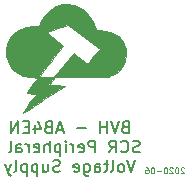
<source format=gbr>
%TF.GenerationSoftware,KiCad,Pcbnew,5.1.6-c6e7f7d~87~ubuntu20.04.1*%
%TF.CreationDate,2020-08-25T19:21:37-04:00*%
%TF.ProjectId,4_Channel_Level_Shifter,345f4368-616e-46e6-956c-5f4c6576656c,rev?*%
%TF.SameCoordinates,Original*%
%TF.FileFunction,Legend,Bot*%
%TF.FilePolarity,Positive*%
%FSLAX46Y46*%
G04 Gerber Fmt 4.6, Leading zero omitted, Abs format (unit mm)*
G04 Created by KiCad (PCBNEW 5.1.6-c6e7f7d~87~ubuntu20.04.1) date 2020-08-25 19:21:37*
%MOMM*%
%LPD*%
G01*
G04 APERTURE LIST*
%ADD10C,0.125000*%
%ADD11C,0.150000*%
%ADD12C,0.010000*%
G04 APERTURE END LIST*
D10*
X174642857Y-108273809D02*
X174619047Y-108250000D01*
X174571428Y-108226190D01*
X174452380Y-108226190D01*
X174404761Y-108250000D01*
X174380952Y-108273809D01*
X174357142Y-108321428D01*
X174357142Y-108369047D01*
X174380952Y-108440476D01*
X174666666Y-108726190D01*
X174357142Y-108726190D01*
X174047619Y-108226190D02*
X174000000Y-108226190D01*
X173952380Y-108250000D01*
X173928571Y-108273809D01*
X173904761Y-108321428D01*
X173880952Y-108416666D01*
X173880952Y-108535714D01*
X173904761Y-108630952D01*
X173928571Y-108678571D01*
X173952380Y-108702380D01*
X174000000Y-108726190D01*
X174047619Y-108726190D01*
X174095238Y-108702380D01*
X174119047Y-108678571D01*
X174142857Y-108630952D01*
X174166666Y-108535714D01*
X174166666Y-108416666D01*
X174142857Y-108321428D01*
X174119047Y-108273809D01*
X174095238Y-108250000D01*
X174047619Y-108226190D01*
X173690476Y-108273809D02*
X173666666Y-108250000D01*
X173619047Y-108226190D01*
X173500000Y-108226190D01*
X173452380Y-108250000D01*
X173428571Y-108273809D01*
X173404761Y-108321428D01*
X173404761Y-108369047D01*
X173428571Y-108440476D01*
X173714285Y-108726190D01*
X173404761Y-108726190D01*
X173095238Y-108226190D02*
X173047619Y-108226190D01*
X173000000Y-108250000D01*
X172976190Y-108273809D01*
X172952380Y-108321428D01*
X172928571Y-108416666D01*
X172928571Y-108535714D01*
X172952380Y-108630952D01*
X172976190Y-108678571D01*
X173000000Y-108702380D01*
X173047619Y-108726190D01*
X173095238Y-108726190D01*
X173142857Y-108702380D01*
X173166666Y-108678571D01*
X173190476Y-108630952D01*
X173214285Y-108535714D01*
X173214285Y-108416666D01*
X173190476Y-108321428D01*
X173166666Y-108273809D01*
X173142857Y-108250000D01*
X173095238Y-108226190D01*
X172714285Y-108535714D02*
X172333333Y-108535714D01*
X172000000Y-108226190D02*
X171952380Y-108226190D01*
X171904761Y-108250000D01*
X171880952Y-108273809D01*
X171857142Y-108321428D01*
X171833333Y-108416666D01*
X171833333Y-108535714D01*
X171857142Y-108630952D01*
X171880952Y-108678571D01*
X171904761Y-108702380D01*
X171952380Y-108726190D01*
X172000000Y-108726190D01*
X172047619Y-108702380D01*
X172071428Y-108678571D01*
X172095238Y-108630952D01*
X172119047Y-108535714D01*
X172119047Y-108416666D01*
X172095238Y-108321428D01*
X172071428Y-108273809D01*
X172047619Y-108250000D01*
X172000000Y-108226190D01*
X171404761Y-108226190D02*
X171500000Y-108226190D01*
X171547619Y-108250000D01*
X171571428Y-108273809D01*
X171619047Y-108345238D01*
X171642857Y-108440476D01*
X171642857Y-108630952D01*
X171619047Y-108678571D01*
X171595238Y-108702380D01*
X171547619Y-108726190D01*
X171452380Y-108726190D01*
X171404761Y-108702380D01*
X171380952Y-108678571D01*
X171357142Y-108630952D01*
X171357142Y-108511904D01*
X171380952Y-108464285D01*
X171404761Y-108440476D01*
X171452380Y-108416666D01*
X171547619Y-108416666D01*
X171595238Y-108440476D01*
X171619047Y-108464285D01*
X171642857Y-108511904D01*
D11*
X169642857Y-104778571D02*
X169500000Y-104826190D01*
X169452380Y-104873809D01*
X169404761Y-104969047D01*
X169404761Y-105111904D01*
X169452380Y-105207142D01*
X169500000Y-105254761D01*
X169595238Y-105302380D01*
X169976190Y-105302380D01*
X169976190Y-104302380D01*
X169642857Y-104302380D01*
X169547619Y-104350000D01*
X169500000Y-104397619D01*
X169452380Y-104492857D01*
X169452380Y-104588095D01*
X169500000Y-104683333D01*
X169547619Y-104730952D01*
X169642857Y-104778571D01*
X169976190Y-104778571D01*
X169119047Y-104302380D02*
X168785714Y-105302380D01*
X168452380Y-104302380D01*
X168119047Y-105302380D02*
X168119047Y-104302380D01*
X168119047Y-104778571D02*
X167547619Y-104778571D01*
X167547619Y-105302380D02*
X167547619Y-104302380D01*
X166309523Y-104921428D02*
X165547619Y-104921428D01*
X164357142Y-105016666D02*
X163880952Y-105016666D01*
X164452380Y-105302380D02*
X164119047Y-104302380D01*
X163785714Y-105302380D01*
X163119047Y-104778571D02*
X162976190Y-104826190D01*
X162928571Y-104873809D01*
X162880952Y-104969047D01*
X162880952Y-105111904D01*
X162928571Y-105207142D01*
X162976190Y-105254761D01*
X163071428Y-105302380D01*
X163452380Y-105302380D01*
X163452380Y-104302380D01*
X163119047Y-104302380D01*
X163023809Y-104350000D01*
X162976190Y-104397619D01*
X162928571Y-104492857D01*
X162928571Y-104588095D01*
X162976190Y-104683333D01*
X163023809Y-104730952D01*
X163119047Y-104778571D01*
X163452380Y-104778571D01*
X162023809Y-104635714D02*
X162023809Y-105302380D01*
X162261904Y-104254761D02*
X162500000Y-104969047D01*
X161880952Y-104969047D01*
X161500000Y-104778571D02*
X161166666Y-104778571D01*
X161023809Y-105302380D02*
X161500000Y-105302380D01*
X161500000Y-104302380D01*
X161023809Y-104302380D01*
X160595238Y-105302380D02*
X160595238Y-104302380D01*
X160023809Y-105302380D01*
X160023809Y-104302380D01*
X170880952Y-106904761D02*
X170738095Y-106952380D01*
X170500000Y-106952380D01*
X170404761Y-106904761D01*
X170357142Y-106857142D01*
X170309523Y-106761904D01*
X170309523Y-106666666D01*
X170357142Y-106571428D01*
X170404761Y-106523809D01*
X170500000Y-106476190D01*
X170690476Y-106428571D01*
X170785714Y-106380952D01*
X170833333Y-106333333D01*
X170880952Y-106238095D01*
X170880952Y-106142857D01*
X170833333Y-106047619D01*
X170785714Y-106000000D01*
X170690476Y-105952380D01*
X170452380Y-105952380D01*
X170309523Y-106000000D01*
X169309523Y-106857142D02*
X169357142Y-106904761D01*
X169500000Y-106952380D01*
X169595238Y-106952380D01*
X169738095Y-106904761D01*
X169833333Y-106809523D01*
X169880952Y-106714285D01*
X169928571Y-106523809D01*
X169928571Y-106380952D01*
X169880952Y-106190476D01*
X169833333Y-106095238D01*
X169738095Y-106000000D01*
X169595238Y-105952380D01*
X169500000Y-105952380D01*
X169357142Y-106000000D01*
X169309523Y-106047619D01*
X168309523Y-106952380D02*
X168642857Y-106476190D01*
X168880952Y-106952380D02*
X168880952Y-105952380D01*
X168500000Y-105952380D01*
X168404761Y-106000000D01*
X168357142Y-106047619D01*
X168309523Y-106142857D01*
X168309523Y-106285714D01*
X168357142Y-106380952D01*
X168404761Y-106428571D01*
X168500000Y-106476190D01*
X168880952Y-106476190D01*
X167119047Y-106952380D02*
X167119047Y-105952380D01*
X166738095Y-105952380D01*
X166642857Y-106000000D01*
X166595238Y-106047619D01*
X166547619Y-106142857D01*
X166547619Y-106285714D01*
X166595238Y-106380952D01*
X166642857Y-106428571D01*
X166738095Y-106476190D01*
X167119047Y-106476190D01*
X165738095Y-106904761D02*
X165833333Y-106952380D01*
X166023809Y-106952380D01*
X166119047Y-106904761D01*
X166166666Y-106809523D01*
X166166666Y-106428571D01*
X166119047Y-106333333D01*
X166023809Y-106285714D01*
X165833333Y-106285714D01*
X165738095Y-106333333D01*
X165690476Y-106428571D01*
X165690476Y-106523809D01*
X166166666Y-106619047D01*
X165261904Y-106952380D02*
X165261904Y-106285714D01*
X165261904Y-106476190D02*
X165214285Y-106380952D01*
X165166666Y-106333333D01*
X165071428Y-106285714D01*
X164976190Y-106285714D01*
X164642857Y-106952380D02*
X164642857Y-106285714D01*
X164642857Y-105952380D02*
X164690476Y-106000000D01*
X164642857Y-106047619D01*
X164595238Y-106000000D01*
X164642857Y-105952380D01*
X164642857Y-106047619D01*
X164166666Y-106285714D02*
X164166666Y-107285714D01*
X164166666Y-106333333D02*
X164071428Y-106285714D01*
X163880952Y-106285714D01*
X163785714Y-106333333D01*
X163738095Y-106380952D01*
X163690476Y-106476190D01*
X163690476Y-106761904D01*
X163738095Y-106857142D01*
X163785714Y-106904761D01*
X163880952Y-106952380D01*
X164071428Y-106952380D01*
X164166666Y-106904761D01*
X163261904Y-106952380D02*
X163261904Y-105952380D01*
X162833333Y-106952380D02*
X162833333Y-106428571D01*
X162880952Y-106333333D01*
X162976190Y-106285714D01*
X163119047Y-106285714D01*
X163214285Y-106333333D01*
X163261904Y-106380952D01*
X161976190Y-106904761D02*
X162071428Y-106952380D01*
X162261904Y-106952380D01*
X162357142Y-106904761D01*
X162404761Y-106809523D01*
X162404761Y-106428571D01*
X162357142Y-106333333D01*
X162261904Y-106285714D01*
X162071428Y-106285714D01*
X161976190Y-106333333D01*
X161928571Y-106428571D01*
X161928571Y-106523809D01*
X162404761Y-106619047D01*
X161500000Y-106952380D02*
X161500000Y-106285714D01*
X161500000Y-106476190D02*
X161452380Y-106380952D01*
X161404761Y-106333333D01*
X161309523Y-106285714D01*
X161214285Y-106285714D01*
X160452380Y-106952380D02*
X160452380Y-106428571D01*
X160500000Y-106333333D01*
X160595238Y-106285714D01*
X160785714Y-106285714D01*
X160880952Y-106333333D01*
X160452380Y-106904761D02*
X160547619Y-106952380D01*
X160785714Y-106952380D01*
X160880952Y-106904761D01*
X160928571Y-106809523D01*
X160928571Y-106714285D01*
X160880952Y-106619047D01*
X160785714Y-106571428D01*
X160547619Y-106571428D01*
X160452380Y-106523809D01*
X159833333Y-106952380D02*
X159928571Y-106904761D01*
X159976190Y-106809523D01*
X159976190Y-105952380D01*
X170523809Y-107602380D02*
X170190476Y-108602380D01*
X169857142Y-107602380D01*
X169380952Y-108602380D02*
X169476190Y-108554761D01*
X169523809Y-108507142D01*
X169571428Y-108411904D01*
X169571428Y-108126190D01*
X169523809Y-108030952D01*
X169476190Y-107983333D01*
X169380952Y-107935714D01*
X169238095Y-107935714D01*
X169142857Y-107983333D01*
X169095238Y-108030952D01*
X169047619Y-108126190D01*
X169047619Y-108411904D01*
X169095238Y-108507142D01*
X169142857Y-108554761D01*
X169238095Y-108602380D01*
X169380952Y-108602380D01*
X168476190Y-108602380D02*
X168571428Y-108554761D01*
X168619047Y-108459523D01*
X168619047Y-107602380D01*
X168238095Y-107935714D02*
X167857142Y-107935714D01*
X168095238Y-107602380D02*
X168095238Y-108459523D01*
X168047619Y-108554761D01*
X167952380Y-108602380D01*
X167857142Y-108602380D01*
X167095238Y-108602380D02*
X167095238Y-108078571D01*
X167142857Y-107983333D01*
X167238095Y-107935714D01*
X167428571Y-107935714D01*
X167523809Y-107983333D01*
X167095238Y-108554761D02*
X167190476Y-108602380D01*
X167428571Y-108602380D01*
X167523809Y-108554761D01*
X167571428Y-108459523D01*
X167571428Y-108364285D01*
X167523809Y-108269047D01*
X167428571Y-108221428D01*
X167190476Y-108221428D01*
X167095238Y-108173809D01*
X166190476Y-107935714D02*
X166190476Y-108745238D01*
X166238095Y-108840476D01*
X166285714Y-108888095D01*
X166380952Y-108935714D01*
X166523809Y-108935714D01*
X166619047Y-108888095D01*
X166190476Y-108554761D02*
X166285714Y-108602380D01*
X166476190Y-108602380D01*
X166571428Y-108554761D01*
X166619047Y-108507142D01*
X166666666Y-108411904D01*
X166666666Y-108126190D01*
X166619047Y-108030952D01*
X166571428Y-107983333D01*
X166476190Y-107935714D01*
X166285714Y-107935714D01*
X166190476Y-107983333D01*
X165333333Y-108554761D02*
X165428571Y-108602380D01*
X165619047Y-108602380D01*
X165714285Y-108554761D01*
X165761904Y-108459523D01*
X165761904Y-108078571D01*
X165714285Y-107983333D01*
X165619047Y-107935714D01*
X165428571Y-107935714D01*
X165333333Y-107983333D01*
X165285714Y-108078571D01*
X165285714Y-108173809D01*
X165761904Y-108269047D01*
X164142857Y-108554761D02*
X164000000Y-108602380D01*
X163761904Y-108602380D01*
X163666666Y-108554761D01*
X163619047Y-108507142D01*
X163571428Y-108411904D01*
X163571428Y-108316666D01*
X163619047Y-108221428D01*
X163666666Y-108173809D01*
X163761904Y-108126190D01*
X163952380Y-108078571D01*
X164047619Y-108030952D01*
X164095238Y-107983333D01*
X164142857Y-107888095D01*
X164142857Y-107792857D01*
X164095238Y-107697619D01*
X164047619Y-107650000D01*
X163952380Y-107602380D01*
X163714285Y-107602380D01*
X163571428Y-107650000D01*
X162714285Y-107935714D02*
X162714285Y-108602380D01*
X163142857Y-107935714D02*
X163142857Y-108459523D01*
X163095238Y-108554761D01*
X163000000Y-108602380D01*
X162857142Y-108602380D01*
X162761904Y-108554761D01*
X162714285Y-108507142D01*
X162238095Y-107935714D02*
X162238095Y-108935714D01*
X162238095Y-107983333D02*
X162142857Y-107935714D01*
X161952380Y-107935714D01*
X161857142Y-107983333D01*
X161809523Y-108030952D01*
X161761904Y-108126190D01*
X161761904Y-108411904D01*
X161809523Y-108507142D01*
X161857142Y-108554761D01*
X161952380Y-108602380D01*
X162142857Y-108602380D01*
X162238095Y-108554761D01*
X161333333Y-107935714D02*
X161333333Y-108935714D01*
X161333333Y-107983333D02*
X161238095Y-107935714D01*
X161047619Y-107935714D01*
X160952380Y-107983333D01*
X160904761Y-108030952D01*
X160857142Y-108126190D01*
X160857142Y-108411904D01*
X160904761Y-108507142D01*
X160952380Y-108554761D01*
X161047619Y-108602380D01*
X161238095Y-108602380D01*
X161333333Y-108554761D01*
X160285714Y-108602380D02*
X160380952Y-108554761D01*
X160428571Y-108459523D01*
X160428571Y-107602380D01*
X160000000Y-107935714D02*
X159761904Y-108602380D01*
X159523809Y-107935714D02*
X159761904Y-108602380D01*
X159857142Y-108840476D01*
X159904761Y-108888095D01*
X160000000Y-108935714D01*
D12*
%TO.C,G\u002A\u002A\u002A*%
G36*
X164352298Y-94426258D02*
G01*
X164020909Y-94482286D01*
X163841876Y-94537229D01*
X163431271Y-94781609D01*
X163039286Y-95139859D01*
X162717268Y-95559710D01*
X162576378Y-95825476D01*
X162376263Y-96287777D01*
X161910596Y-96289694D01*
X161279187Y-96358976D01*
X160716308Y-96552902D01*
X160245961Y-96858715D01*
X159892145Y-97263658D01*
X159810595Y-97405916D01*
X159672443Y-97806937D01*
X159606366Y-98285057D01*
X159615530Y-98769536D01*
X159703101Y-99189635D01*
X159727875Y-99254000D01*
X160032210Y-99767510D01*
X160456574Y-100170759D01*
X160982594Y-100451050D01*
X161591897Y-100595686D01*
X161681865Y-100604313D01*
X162269879Y-100651000D01*
X161793904Y-101258653D01*
X161584553Y-101530443D01*
X161422140Y-101749903D01*
X161330164Y-101884854D01*
X161317930Y-101910395D01*
X161394059Y-101940286D01*
X161588540Y-101968100D01*
X161737549Y-101980076D01*
X162157168Y-102005667D01*
X161560880Y-102795609D01*
X161330060Y-103106555D01*
X161145857Y-103364629D01*
X161027317Y-103542435D01*
X160993094Y-103612312D01*
X161068462Y-103575026D01*
X161265619Y-103456125D01*
X161565371Y-103267785D01*
X161948521Y-103022182D01*
X162395875Y-102731492D01*
X162799596Y-102466410D01*
X164577596Y-101293746D01*
X163877181Y-101268707D01*
X163176765Y-101243667D01*
X163700925Y-100608667D01*
X165917261Y-100606807D01*
X166595200Y-100605383D01*
X167126469Y-100601369D01*
X167533727Y-100593245D01*
X167839631Y-100579491D01*
X168066842Y-100558584D01*
X168238018Y-100529005D01*
X168375819Y-100489233D01*
X168502904Y-100437746D01*
X168514596Y-100432483D01*
X169028188Y-100116403D01*
X169409697Y-99701144D01*
X169651277Y-99202590D01*
X169745077Y-98636625D01*
X169700865Y-98163566D01*
X167502838Y-98163566D01*
X167352551Y-98352732D01*
X167106614Y-98655262D01*
X166863604Y-98942244D01*
X166648923Y-99184998D01*
X166487973Y-99354841D01*
X166406159Y-99423095D01*
X166404315Y-99423334D01*
X166319153Y-99372883D01*
X166140171Y-99239209D01*
X165902512Y-99048824D01*
X165846068Y-99002150D01*
X165601324Y-98802757D01*
X165408953Y-98653743D01*
X165303542Y-98581699D01*
X165295421Y-98578817D01*
X165230775Y-98641248D01*
X165081728Y-98814781D01*
X164867281Y-99076420D01*
X164606438Y-99403172D01*
X164457611Y-99592667D01*
X163663976Y-100608667D01*
X162985831Y-100608667D01*
X162652686Y-100606201D01*
X162461472Y-100593901D01*
X162384804Y-100564409D01*
X162395298Y-100510370D01*
X162434259Y-100460500D01*
X162600261Y-100259055D01*
X162823328Y-99978433D01*
X163084138Y-99644065D01*
X163363366Y-99281383D01*
X163641690Y-98915817D01*
X163899785Y-98572798D01*
X164118329Y-98277758D01*
X164277996Y-98056127D01*
X164359465Y-97933337D01*
X164365930Y-97918304D01*
X164301878Y-97841109D01*
X164129362Y-97690437D01*
X163877843Y-97491048D01*
X163688596Y-97349000D01*
X163402350Y-97133769D01*
X163175963Y-96954656D01*
X163038749Y-96835369D01*
X163011263Y-96801200D01*
X163086626Y-96756778D01*
X163291469Y-96673201D01*
X163593925Y-96562702D01*
X163937970Y-96445478D01*
X164864676Y-96139319D01*
X166183757Y-97151442D01*
X167502838Y-98163566D01*
X169700865Y-98163566D01*
X169690490Y-98052560D01*
X169604056Y-97753111D01*
X169464262Y-97507973D01*
X169229643Y-97246757D01*
X169196794Y-97214535D01*
X168811365Y-96909737D01*
X168384530Y-96723013D01*
X167872369Y-96638384D01*
X167588104Y-96629334D01*
X167295640Y-96609221D01*
X167166767Y-96548732D01*
X167159863Y-96523500D01*
X167113249Y-96334222D01*
X166990991Y-96056516D01*
X166819216Y-95737294D01*
X166624052Y-95423464D01*
X166431628Y-95161937D01*
X166351763Y-95072660D01*
X165886228Y-94701199D01*
X165359586Y-94481201D01*
X164751632Y-94404456D01*
X164706572Y-94404234D01*
X164352298Y-94426258D01*
G37*
X164352298Y-94426258D02*
X164020909Y-94482286D01*
X163841876Y-94537229D01*
X163431271Y-94781609D01*
X163039286Y-95139859D01*
X162717268Y-95559710D01*
X162576378Y-95825476D01*
X162376263Y-96287777D01*
X161910596Y-96289694D01*
X161279187Y-96358976D01*
X160716308Y-96552902D01*
X160245961Y-96858715D01*
X159892145Y-97263658D01*
X159810595Y-97405916D01*
X159672443Y-97806937D01*
X159606366Y-98285057D01*
X159615530Y-98769536D01*
X159703101Y-99189635D01*
X159727875Y-99254000D01*
X160032210Y-99767510D01*
X160456574Y-100170759D01*
X160982594Y-100451050D01*
X161591897Y-100595686D01*
X161681865Y-100604313D01*
X162269879Y-100651000D01*
X161793904Y-101258653D01*
X161584553Y-101530443D01*
X161422140Y-101749903D01*
X161330164Y-101884854D01*
X161317930Y-101910395D01*
X161394059Y-101940286D01*
X161588540Y-101968100D01*
X161737549Y-101980076D01*
X162157168Y-102005667D01*
X161560880Y-102795609D01*
X161330060Y-103106555D01*
X161145857Y-103364629D01*
X161027317Y-103542435D01*
X160993094Y-103612312D01*
X161068462Y-103575026D01*
X161265619Y-103456125D01*
X161565371Y-103267785D01*
X161948521Y-103022182D01*
X162395875Y-102731492D01*
X162799596Y-102466410D01*
X164577596Y-101293746D01*
X163877181Y-101268707D01*
X163176765Y-101243667D01*
X163700925Y-100608667D01*
X165917261Y-100606807D01*
X166595200Y-100605383D01*
X167126469Y-100601369D01*
X167533727Y-100593245D01*
X167839631Y-100579491D01*
X168066842Y-100558584D01*
X168238018Y-100529005D01*
X168375819Y-100489233D01*
X168502904Y-100437746D01*
X168514596Y-100432483D01*
X169028188Y-100116403D01*
X169409697Y-99701144D01*
X169651277Y-99202590D01*
X169745077Y-98636625D01*
X169700865Y-98163566D01*
X167502838Y-98163566D01*
X167352551Y-98352732D01*
X167106614Y-98655262D01*
X166863604Y-98942244D01*
X166648923Y-99184998D01*
X166487973Y-99354841D01*
X166406159Y-99423095D01*
X166404315Y-99423334D01*
X166319153Y-99372883D01*
X166140171Y-99239209D01*
X165902512Y-99048824D01*
X165846068Y-99002150D01*
X165601324Y-98802757D01*
X165408953Y-98653743D01*
X165303542Y-98581699D01*
X165295421Y-98578817D01*
X165230775Y-98641248D01*
X165081728Y-98814781D01*
X164867281Y-99076420D01*
X164606438Y-99403172D01*
X164457611Y-99592667D01*
X163663976Y-100608667D01*
X162985831Y-100608667D01*
X162652686Y-100606201D01*
X162461472Y-100593901D01*
X162384804Y-100564409D01*
X162395298Y-100510370D01*
X162434259Y-100460500D01*
X162600261Y-100259055D01*
X162823328Y-99978433D01*
X163084138Y-99644065D01*
X163363366Y-99281383D01*
X163641690Y-98915817D01*
X163899785Y-98572798D01*
X164118329Y-98277758D01*
X164277996Y-98056127D01*
X164359465Y-97933337D01*
X164365930Y-97918304D01*
X164301878Y-97841109D01*
X164129362Y-97690437D01*
X163877843Y-97491048D01*
X163688596Y-97349000D01*
X163402350Y-97133769D01*
X163175963Y-96954656D01*
X163038749Y-96835369D01*
X163011263Y-96801200D01*
X163086626Y-96756778D01*
X163291469Y-96673201D01*
X163593925Y-96562702D01*
X163937970Y-96445478D01*
X164864676Y-96139319D01*
X166183757Y-97151442D01*
X167502838Y-98163566D01*
X169700865Y-98163566D01*
X169690490Y-98052560D01*
X169604056Y-97753111D01*
X169464262Y-97507973D01*
X169229643Y-97246757D01*
X169196794Y-97214535D01*
X168811365Y-96909737D01*
X168384530Y-96723013D01*
X167872369Y-96638384D01*
X167588104Y-96629334D01*
X167295640Y-96609221D01*
X167166767Y-96548732D01*
X167159863Y-96523500D01*
X167113249Y-96334222D01*
X166990991Y-96056516D01*
X166819216Y-95737294D01*
X166624052Y-95423464D01*
X166431628Y-95161937D01*
X166351763Y-95072660D01*
X165886228Y-94701199D01*
X165359586Y-94481201D01*
X164751632Y-94404456D01*
X164706572Y-94404234D01*
X164352298Y-94426258D01*
%TD*%
M02*

</source>
